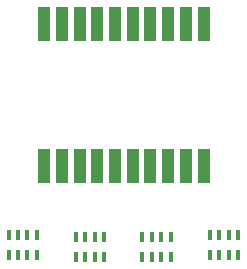
<source format=gtp>
%TF.GenerationSoftware,KiCad,Pcbnew,8.0.7*%
%TF.CreationDate,2025-03-14T18:50:49+02:00*%
%TF.ProjectId,LCD Dual 7 Segment Tester,4c434420-4475-4616-9c20-37205365676d,V1*%
%TF.SameCoordinates,Original*%
%TF.FileFunction,Paste,Top*%
%TF.FilePolarity,Positive*%
%FSLAX46Y46*%
G04 Gerber Fmt 4.6, Leading zero omitted, Abs format (unit mm)*
G04 Created by KiCad (PCBNEW 8.0.7) date 2025-03-14 18:50:49*
%MOMM*%
%LPD*%
G01*
G04 APERTURE LIST*
%ADD10R,0.450000X0.900000*%
%ADD11R,1.000000X3.000000*%
G04 APERTURE END LIST*
D10*
%TO.C,RN10*%
X23113800Y14349400D03*
X22313800Y14349400D03*
X21513800Y14349400D03*
X20713800Y14349400D03*
X20713800Y16049400D03*
X21513800Y16049400D03*
X22313800Y16049400D03*
X23113800Y16049400D03*
%TD*%
D11*
%TO.C,DS2*%
X23730000Y33899400D03*
X25230000Y33899400D03*
X26730000Y33899400D03*
X28230000Y33899400D03*
X29730000Y33899400D03*
X31230000Y33899400D03*
X32730000Y33899400D03*
X34230000Y33899400D03*
X35730000Y33899400D03*
X37230000Y33899400D03*
X37230000Y21899400D03*
X35730000Y21899400D03*
X34230000Y21899400D03*
X32730000Y21899400D03*
X31230000Y21899400D03*
X29730000Y21899400D03*
X28230000Y21899400D03*
X26730000Y21899400D03*
X25230000Y21899400D03*
X23730000Y21899400D03*
%TD*%
D10*
%TO.C,RN11*%
X34455000Y14134400D03*
X33655000Y14134400D03*
X32855000Y14134400D03*
X32055000Y14134400D03*
X32055000Y15834400D03*
X32855000Y15834400D03*
X33655000Y15834400D03*
X34455000Y15834400D03*
%TD*%
%TO.C,RN8*%
X28828800Y14134400D03*
X28028800Y14134400D03*
X27228800Y14134400D03*
X26428800Y14134400D03*
X26428800Y15834400D03*
X27228800Y15834400D03*
X28028800Y15834400D03*
X28828800Y15834400D03*
%TD*%
%TO.C,RN9*%
X40170000Y14349400D03*
X39370000Y14349400D03*
X38570000Y14349400D03*
X37770000Y14349400D03*
X37770000Y16049400D03*
X38570000Y16049400D03*
X39370000Y16049400D03*
X40170000Y16049400D03*
%TD*%
M02*

</source>
